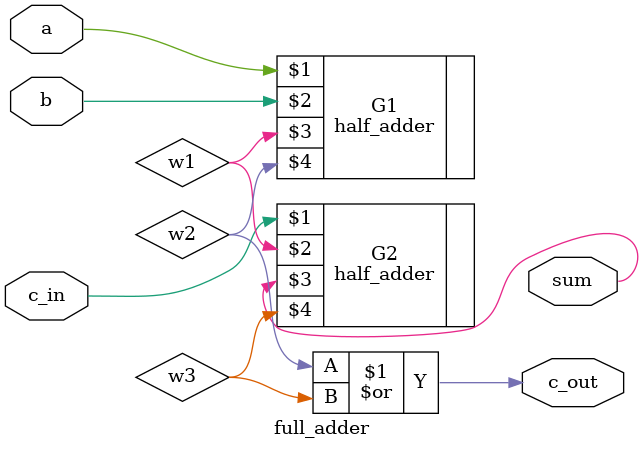
<source format=v>
`timescale 1ns / 1ps


module full_adder(
    input c_in,
    input a,
    input b,
    output sum,
    output c_out
    );
    
    wire w1, w2, w3;
    
    half_adder G1(a, b, w1, w2);
    half_adder G2(c_in, w1, sum, w3);
    or G3(c_out, w2, w3);
    
endmodule

</source>
